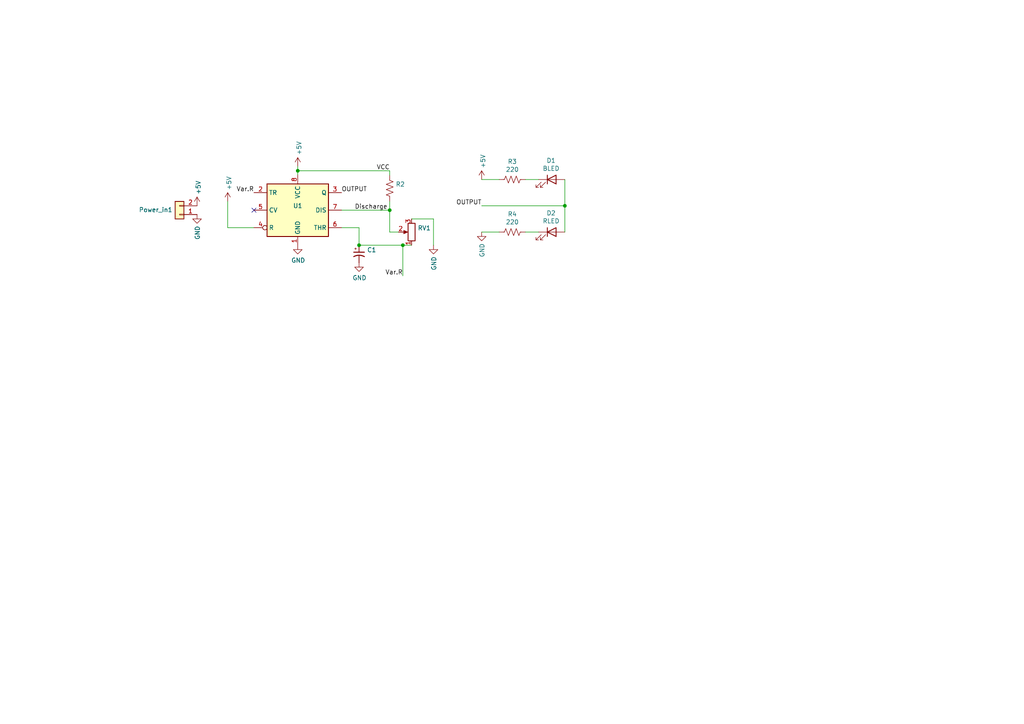
<source format=kicad_sch>
(kicad_sch (version 20211123) (generator eeschema)

  (uuid 120a7b0f-ddfd-4447-85c1-35665465acdb)

  (paper "A4")

  (lib_symbols
    (symbol "Connector_Generic:Conn_01x02" (pin_names (offset 1.016) hide) (in_bom yes) (on_board yes)
      (property "Reference" "J" (id 0) (at 0 2.54 0)
        (effects (font (size 1.27 1.27)))
      )
      (property "Value" "Conn_01x02" (id 1) (at 0 -5.08 0)
        (effects (font (size 1.27 1.27)))
      )
      (property "Footprint" "" (id 2) (at 0 0 0)
        (effects (font (size 1.27 1.27)) hide)
      )
      (property "Datasheet" "~" (id 3) (at 0 0 0)
        (effects (font (size 1.27 1.27)) hide)
      )
      (property "ki_keywords" "connector" (id 4) (at 0 0 0)
        (effects (font (size 1.27 1.27)) hide)
      )
      (property "ki_description" "Generic connector, single row, 01x02, script generated (kicad-library-utils/schlib/autogen/connector/)" (id 5) (at 0 0 0)
        (effects (font (size 1.27 1.27)) hide)
      )
      (property "ki_fp_filters" "Connector*:*_1x??_*" (id 6) (at 0 0 0)
        (effects (font (size 1.27 1.27)) hide)
      )
      (symbol "Conn_01x02_1_1"
        (rectangle (start -1.27 -2.413) (end 0 -2.667)
          (stroke (width 0.1524) (type default) (color 0 0 0 0))
          (fill (type none))
        )
        (rectangle (start -1.27 0.127) (end 0 -0.127)
          (stroke (width 0.1524) (type default) (color 0 0 0 0))
          (fill (type none))
        )
        (rectangle (start -1.27 1.27) (end 1.27 -3.81)
          (stroke (width 0.254) (type default) (color 0 0 0 0))
          (fill (type background))
        )
        (pin passive line (at -5.08 0 0) (length 3.81)
          (name "Pin_1" (effects (font (size 1.27 1.27))))
          (number "1" (effects (font (size 1.27 1.27))))
        )
        (pin passive line (at -5.08 -2.54 0) (length 3.81)
          (name "Pin_2" (effects (font (size 1.27 1.27))))
          (number "2" (effects (font (size 1.27 1.27))))
        )
      )
    )
    (symbol "Device:CP1_Small" (pin_numbers hide) (pin_names (offset 0.254) hide) (in_bom yes) (on_board yes)
      (property "Reference" "C" (id 0) (at 0.254 1.778 0)
        (effects (font (size 1.27 1.27)) (justify left))
      )
      (property "Value" "Device_CP1_Small" (id 1) (at 0.254 -2.032 0)
        (effects (font (size 1.27 1.27)) (justify left))
      )
      (property "Footprint" "" (id 2) (at 0 0 0)
        (effects (font (size 1.27 1.27)) hide)
      )
      (property "Datasheet" "" (id 3) (at 0 0 0)
        (effects (font (size 1.27 1.27)) hide)
      )
      (property "ki_fp_filters" "CP_*" (id 4) (at 0 0 0)
        (effects (font (size 1.27 1.27)) hide)
      )
      (symbol "CP1_Small_0_1"
        (polyline
          (pts
            (xy -1.524 0.508)
            (xy 1.524 0.508)
          )
          (stroke (width 0.3048) (type default) (color 0 0 0 0))
          (fill (type none))
        )
        (polyline
          (pts
            (xy -1.27 1.524)
            (xy -0.762 1.524)
          )
          (stroke (width 0) (type default) (color 0 0 0 0))
          (fill (type none))
        )
        (polyline
          (pts
            (xy -1.016 1.27)
            (xy -1.016 1.778)
          )
          (stroke (width 0) (type default) (color 0 0 0 0))
          (fill (type none))
        )
        (arc (start 1.524 -0.762) (mid 0 -0.3734) (end -1.524 -0.762)
          (stroke (width 0.3048) (type default) (color 0 0 0 0))
          (fill (type none))
        )
      )
      (symbol "CP1_Small_1_1"
        (pin passive line (at 0 2.54 270) (length 2.032)
          (name "~" (effects (font (size 1.27 1.27))))
          (number "1" (effects (font (size 1.27 1.27))))
        )
        (pin passive line (at 0 -2.54 90) (length 2.032)
          (name "~" (effects (font (size 1.27 1.27))))
          (number "2" (effects (font (size 1.27 1.27))))
        )
      )
    )
    (symbol "Device:LED" (pin_numbers hide) (pin_names (offset 1.016) hide) (in_bom yes) (on_board yes)
      (property "Reference" "D" (id 0) (at 0 2.54 0)
        (effects (font (size 1.27 1.27)))
      )
      (property "Value" "LED" (id 1) (at 0 -2.54 0)
        (effects (font (size 1.27 1.27)))
      )
      (property "Footprint" "" (id 2) (at 0 0 0)
        (effects (font (size 1.27 1.27)) hide)
      )
      (property "Datasheet" "~" (id 3) (at 0 0 0)
        (effects (font (size 1.27 1.27)) hide)
      )
      (property "ki_keywords" "LED diode" (id 4) (at 0 0 0)
        (effects (font (size 1.27 1.27)) hide)
      )
      (property "ki_description" "Light emitting diode" (id 5) (at 0 0 0)
        (effects (font (size 1.27 1.27)) hide)
      )
      (property "ki_fp_filters" "LED* LED_SMD:* LED_THT:*" (id 6) (at 0 0 0)
        (effects (font (size 1.27 1.27)) hide)
      )
      (symbol "LED_0_1"
        (polyline
          (pts
            (xy -1.27 -1.27)
            (xy -1.27 1.27)
          )
          (stroke (width 0.254) (type default) (color 0 0 0 0))
          (fill (type none))
        )
        (polyline
          (pts
            (xy -1.27 0)
            (xy 1.27 0)
          )
          (stroke (width 0) (type default) (color 0 0 0 0))
          (fill (type none))
        )
        (polyline
          (pts
            (xy 1.27 -1.27)
            (xy 1.27 1.27)
            (xy -1.27 0)
            (xy 1.27 -1.27)
          )
          (stroke (width 0.254) (type default) (color 0 0 0 0))
          (fill (type none))
        )
        (polyline
          (pts
            (xy -3.048 -0.762)
            (xy -4.572 -2.286)
            (xy -3.81 -2.286)
            (xy -4.572 -2.286)
            (xy -4.572 -1.524)
          )
          (stroke (width 0) (type default) (color 0 0 0 0))
          (fill (type none))
        )
        (polyline
          (pts
            (xy -1.778 -0.762)
            (xy -3.302 -2.286)
            (xy -2.54 -2.286)
            (xy -3.302 -2.286)
            (xy -3.302 -1.524)
          )
          (stroke (width 0) (type default) (color 0 0 0 0))
          (fill (type none))
        )
      )
      (symbol "LED_1_1"
        (pin passive line (at -3.81 0 0) (length 2.54)
          (name "K" (effects (font (size 1.27 1.27))))
          (number "1" (effects (font (size 1.27 1.27))))
        )
        (pin passive line (at 3.81 0 180) (length 2.54)
          (name "A" (effects (font (size 1.27 1.27))))
          (number "2" (effects (font (size 1.27 1.27))))
        )
      )
    )
    (symbol "Device:R_POT" (pin_names (offset 1.016) hide) (in_bom yes) (on_board yes)
      (property "Reference" "RV" (id 0) (at -4.445 0 90)
        (effects (font (size 1.27 1.27)))
      )
      (property "Value" "Device_R_POT" (id 1) (at -2.54 0 90)
        (effects (font (size 1.27 1.27)))
      )
      (property "Footprint" "" (id 2) (at 0 0 0)
        (effects (font (size 1.27 1.27)) hide)
      )
      (property "Datasheet" "" (id 3) (at 0 0 0)
        (effects (font (size 1.27 1.27)) hide)
      )
      (property "ki_fp_filters" "Potentiometer*" (id 4) (at 0 0 0)
        (effects (font (size 1.27 1.27)) hide)
      )
      (symbol "R_POT_0_1"
        (polyline
          (pts
            (xy 2.54 0)
            (xy 1.524 0)
          )
          (stroke (width 0) (type default) (color 0 0 0 0))
          (fill (type none))
        )
        (polyline
          (pts
            (xy 1.143 0)
            (xy 2.286 0.508)
            (xy 2.286 -0.508)
            (xy 1.143 0)
          )
          (stroke (width 0) (type default) (color 0 0 0 0))
          (fill (type outline))
        )
        (rectangle (start 1.016 2.54) (end -1.016 -2.54)
          (stroke (width 0.254) (type default) (color 0 0 0 0))
          (fill (type none))
        )
      )
      (symbol "R_POT_1_1"
        (pin passive line (at 0 3.81 270) (length 1.27)
          (name "1" (effects (font (size 1.27 1.27))))
          (number "1" (effects (font (size 1.27 1.27))))
        )
        (pin passive line (at 3.81 0 180) (length 1.27)
          (name "2" (effects (font (size 1.27 1.27))))
          (number "2" (effects (font (size 1.27 1.27))))
        )
        (pin passive line (at 0 -3.81 90) (length 1.27)
          (name "3" (effects (font (size 1.27 1.27))))
          (number "3" (effects (font (size 1.27 1.27))))
        )
      )
    )
    (symbol "Device:R_US" (pin_numbers hide) (pin_names (offset 0)) (in_bom yes) (on_board yes)
      (property "Reference" "R" (id 0) (at 2.54 0 90)
        (effects (font (size 1.27 1.27)))
      )
      (property "Value" "R_US" (id 1) (at -2.54 0 90)
        (effects (font (size 1.27 1.27)))
      )
      (property "Footprint" "" (id 2) (at 1.016 -0.254 90)
        (effects (font (size 1.27 1.27)) hide)
      )
      (property "Datasheet" "~" (id 3) (at 0 0 0)
        (effects (font (size 1.27 1.27)) hide)
      )
      (property "ki_keywords" "R res resistor" (id 4) (at 0 0 0)
        (effects (font (size 1.27 1.27)) hide)
      )
      (property "ki_description" "Resistor, US symbol" (id 5) (at 0 0 0)
        (effects (font (size 1.27 1.27)) hide)
      )
      (property "ki_fp_filters" "R_*" (id 6) (at 0 0 0)
        (effects (font (size 1.27 1.27)) hide)
      )
      (symbol "R_US_0_1"
        (polyline
          (pts
            (xy 0 -2.286)
            (xy 0 -2.54)
          )
          (stroke (width 0) (type default) (color 0 0 0 0))
          (fill (type none))
        )
        (polyline
          (pts
            (xy 0 2.286)
            (xy 0 2.54)
          )
          (stroke (width 0) (type default) (color 0 0 0 0))
          (fill (type none))
        )
        (polyline
          (pts
            (xy 0 -0.762)
            (xy 1.016 -1.143)
            (xy 0 -1.524)
            (xy -1.016 -1.905)
            (xy 0 -2.286)
          )
          (stroke (width 0) (type default) (color 0 0 0 0))
          (fill (type none))
        )
        (polyline
          (pts
            (xy 0 0.762)
            (xy 1.016 0.381)
            (xy 0 0)
            (xy -1.016 -0.381)
            (xy 0 -0.762)
          )
          (stroke (width 0) (type default) (color 0 0 0 0))
          (fill (type none))
        )
        (polyline
          (pts
            (xy 0 2.286)
            (xy 1.016 1.905)
            (xy 0 1.524)
            (xy -1.016 1.143)
            (xy 0 0.762)
          )
          (stroke (width 0) (type default) (color 0 0 0 0))
          (fill (type none))
        )
      )
      (symbol "R_US_1_1"
        (pin passive line (at 0 3.81 270) (length 1.27)
          (name "~" (effects (font (size 1.27 1.27))))
          (number "1" (effects (font (size 1.27 1.27))))
        )
        (pin passive line (at 0 -3.81 90) (length 1.27)
          (name "~" (effects (font (size 1.27 1.27))))
          (number "2" (effects (font (size 1.27 1.27))))
        )
      )
    )
    (symbol "Timer:TLC555xP" (in_bom yes) (on_board yes)
      (property "Reference" "U" (id 0) (at -10.16 8.89 0)
        (effects (font (size 1.27 1.27)) (justify left))
      )
      (property "Value" "TLC555xP" (id 1) (at 2.54 8.89 0)
        (effects (font (size 1.27 1.27)) (justify left))
      )
      (property "Footprint" "Package_DIP:DIP-8_W7.62mm" (id 2) (at 16.51 -10.16 0)
        (effects (font (size 1.27 1.27)) hide)
      )
      (property "Datasheet" "http://www.ti.com/lit/ds/symlink/tlc555.pdf" (id 3) (at 21.59 -10.16 0)
        (effects (font (size 1.27 1.27)) hide)
      )
      (property "ki_keywords" "single timer 555" (id 4) (at 0 0 0)
        (effects (font (size 1.27 1.27)) hide)
      )
      (property "ki_description" "Single LinCMOS Timer, 555 compatible, PDIP-8" (id 5) (at 0 0 0)
        (effects (font (size 1.27 1.27)) hide)
      )
      (property "ki_fp_filters" "DIP*W7.62mm*" (id 6) (at 0 0 0)
        (effects (font (size 1.27 1.27)) hide)
      )
      (symbol "TLC555xP_0_0"
        (pin power_in line (at 0 -10.16 90) (length 2.54)
          (name "GND" (effects (font (size 1.27 1.27))))
          (number "1" (effects (font (size 1.27 1.27))))
        )
        (pin power_in line (at 0 10.16 270) (length 2.54)
          (name "VCC" (effects (font (size 1.27 1.27))))
          (number "8" (effects (font (size 1.27 1.27))))
        )
      )
      (symbol "TLC555xP_0_1"
        (rectangle (start -8.89 -7.62) (end 8.89 7.62)
          (stroke (width 0.254) (type default) (color 0 0 0 0))
          (fill (type background))
        )
        (rectangle (start -8.89 -7.62) (end 8.89 7.62)
          (stroke (width 0.254) (type default) (color 0 0 0 0))
          (fill (type background))
        )
      )
      (symbol "TLC555xP_1_1"
        (pin input line (at -12.7 5.08 0) (length 3.81)
          (name "TR" (effects (font (size 1.27 1.27))))
          (number "2" (effects (font (size 1.27 1.27))))
        )
        (pin output line (at 12.7 5.08 180) (length 3.81)
          (name "Q" (effects (font (size 1.27 1.27))))
          (number "3" (effects (font (size 1.27 1.27))))
        )
        (pin input inverted (at -12.7 -5.08 0) (length 3.81)
          (name "R" (effects (font (size 1.27 1.27))))
          (number "4" (effects (font (size 1.27 1.27))))
        )
        (pin input line (at -12.7 0 0) (length 3.81)
          (name "CV" (effects (font (size 1.27 1.27))))
          (number "5" (effects (font (size 1.27 1.27))))
        )
        (pin input line (at 12.7 -5.08 180) (length 3.81)
          (name "THR" (effects (font (size 1.27 1.27))))
          (number "6" (effects (font (size 1.27 1.27))))
        )
        (pin input line (at 12.7 0 180) (length 3.81)
          (name "DIS" (effects (font (size 1.27 1.27))))
          (number "7" (effects (font (size 1.27 1.27))))
        )
      )
    )
    (symbol "power:+5V" (power) (pin_names (offset 0)) (in_bom yes) (on_board yes)
      (property "Reference" "#PWR" (id 0) (at 0 -3.81 0)
        (effects (font (size 1.27 1.27)) hide)
      )
      (property "Value" "+5V" (id 1) (at 0 3.556 0)
        (effects (font (size 1.27 1.27)))
      )
      (property "Footprint" "" (id 2) (at 0 0 0)
        (effects (font (size 1.27 1.27)) hide)
      )
      (property "Datasheet" "" (id 3) (at 0 0 0)
        (effects (font (size 1.27 1.27)) hide)
      )
      (property "ki_keywords" "power-flag" (id 4) (at 0 0 0)
        (effects (font (size 1.27 1.27)) hide)
      )
      (property "ki_description" "Power symbol creates a global label with name \"+5V\"" (id 5) (at 0 0 0)
        (effects (font (size 1.27 1.27)) hide)
      )
      (symbol "+5V_0_1"
        (polyline
          (pts
            (xy -0.762 1.27)
            (xy 0 2.54)
          )
          (stroke (width 0) (type default) (color 0 0 0 0))
          (fill (type none))
        )
        (polyline
          (pts
            (xy 0 0)
            (xy 0 2.54)
          )
          (stroke (width 0) (type default) (color 0 0 0 0))
          (fill (type none))
        )
        (polyline
          (pts
            (xy 0 2.54)
            (xy 0.762 1.27)
          )
          (stroke (width 0) (type default) (color 0 0 0 0))
          (fill (type none))
        )
      )
      (symbol "+5V_1_1"
        (pin power_in line (at 0 0 90) (length 0) hide
          (name "+5V" (effects (font (size 1.27 1.27))))
          (number "1" (effects (font (size 1.27 1.27))))
        )
      )
    )
    (symbol "power:GND" (power) (pin_names (offset 0)) (in_bom yes) (on_board yes)
      (property "Reference" "#PWR" (id 0) (at 0 -6.35 0)
        (effects (font (size 1.27 1.27)) hide)
      )
      (property "Value" "GND" (id 1) (at 0 -3.81 0)
        (effects (font (size 1.27 1.27)))
      )
      (property "Footprint" "" (id 2) (at 0 0 0)
        (effects (font (size 1.27 1.27)) hide)
      )
      (property "Datasheet" "" (id 3) (at 0 0 0)
        (effects (font (size 1.27 1.27)) hide)
      )
      (property "ki_keywords" "power-flag" (id 4) (at 0 0 0)
        (effects (font (size 1.27 1.27)) hide)
      )
      (property "ki_description" "Power symbol creates a global label with name \"GND\" , ground" (id 5) (at 0 0 0)
        (effects (font (size 1.27 1.27)) hide)
      )
      (symbol "GND_0_1"
        (polyline
          (pts
            (xy 0 0)
            (xy 0 -1.27)
            (xy 1.27 -1.27)
            (xy 0 -2.54)
            (xy -1.27 -1.27)
            (xy 0 -1.27)
          )
          (stroke (width 0) (type default) (color 0 0 0 0))
          (fill (type none))
        )
      )
      (symbol "GND_1_1"
        (pin power_in line (at 0 0 270) (length 0) hide
          (name "GND" (effects (font (size 1.27 1.27))))
          (number "1" (effects (font (size 1.27 1.27))))
        )
      )
    )
  )

  (junction (at 86.36 49.53) (diameter 0) (color 0 0 0 0)
    (uuid 42713045-fffd-4b2d-ae1e-7232d705fb12)
  )
  (junction (at 163.83 59.69) (diameter 0) (color 0 0 0 0)
    (uuid 62c076a3-d618-44a2-9042-9a08b3576787)
  )
  (junction (at 116.84 71.12) (diameter 0) (color 0 0 0 0)
    (uuid 6441b183-b8f2-458f-a23d-60e2b1f66dd6)
  )
  (junction (at 113.03 60.96) (diameter 0) (color 0 0 0 0)
    (uuid 97fe9c60-586f-4895-8504-4d3729f5f81a)
  )
  (junction (at 104.14 71.12) (diameter 0) (color 0 0 0 0)
    (uuid d4a1d3c4-b315-4bec-9220-d12a9eab51e0)
  )

  (no_connect (at 73.66 60.96) (uuid 9340c285-5767-42d5-8b6d-63fe2a40ddf3))

  (wire (pts (xy 104.14 71.12) (xy 104.14 66.04))
    (stroke (width 0) (type default) (color 0 0 0 0))
    (uuid 0f54db53-a272-4955-88fb-d7ab00657bb0)
  )
  (wire (pts (xy 86.36 49.53) (xy 113.03 49.53))
    (stroke (width 0) (type default) (color 0 0 0 0))
    (uuid 1a1ab354-5f85-45f9-938c-9f6c4c8c3ea2)
  )
  (wire (pts (xy 99.06 60.96) (xy 113.03 60.96))
    (stroke (width 0) (type default) (color 0 0 0 0))
    (uuid 1bf544e3-5940-4576-9291-2464e95c0ee2)
  )
  (wire (pts (xy 139.7 52.07) (xy 144.78 52.07))
    (stroke (width 0) (type default) (color 0 0 0 0))
    (uuid 23bb2798-d93a-4696-a962-c305c4298a0c)
  )
  (wire (pts (xy 66.04 66.04) (xy 73.66 66.04))
    (stroke (width 0) (type default) (color 0 0 0 0))
    (uuid 2d6db888-4e40-41c8-b701-07170fc894bc)
  )
  (wire (pts (xy 104.14 71.12) (xy 116.84 71.12))
    (stroke (width 0) (type default) (color 0 0 0 0))
    (uuid 31e08896-1992-4725-96d9-9d2728bca7a3)
  )
  (wire (pts (xy 115.57 67.31) (xy 113.03 67.31))
    (stroke (width 0) (type default) (color 0 0 0 0))
    (uuid 3aaee4c4-dbf7-49a5-a620-9465d8cc3ae7)
  )
  (wire (pts (xy 66.04 58.42) (xy 66.04 66.04))
    (stroke (width 0) (type default) (color 0 0 0 0))
    (uuid 66043bca-a260-4915-9fce-8a51d324c687)
  )
  (wire (pts (xy 144.78 67.31) (xy 139.7 67.31))
    (stroke (width 0) (type default) (color 0 0 0 0))
    (uuid 6e105729-aba0-497c-a99e-c32d2b3ddb6d)
  )
  (wire (pts (xy 152.4 52.07) (xy 156.21 52.07))
    (stroke (width 0) (type default) (color 0 0 0 0))
    (uuid 78cbdd6c-4878-4cc5-9a58-0e506478e37d)
  )
  (wire (pts (xy 86.36 48.26) (xy 86.36 49.53))
    (stroke (width 0) (type default) (color 0 0 0 0))
    (uuid 7aed3a71-054b-4aaa-9c0a-030523c32827)
  )
  (wire (pts (xy 119.38 63.5) (xy 125.73 63.5))
    (stroke (width 0) (type default) (color 0 0 0 0))
    (uuid 7dc880bc-e7eb-4cce-8d8c-0b65a9dd788e)
  )
  (wire (pts (xy 104.14 66.04) (xy 99.06 66.04))
    (stroke (width 0) (type default) (color 0 0 0 0))
    (uuid 80094b70-85ab-4ff6-934b-60d5ee65023a)
  )
  (wire (pts (xy 125.73 63.5) (xy 125.73 71.12))
    (stroke (width 0) (type default) (color 0 0 0 0))
    (uuid 9157f4ae-0244-4ff1-9f73-3cb4cbb5f280)
  )
  (wire (pts (xy 119.38 71.12) (xy 116.84 71.12))
    (stroke (width 0) (type default) (color 0 0 0 0))
    (uuid 922058ca-d09a-45fd-8394-05f3e2c1e03a)
  )
  (wire (pts (xy 152.4 67.31) (xy 156.21 67.31))
    (stroke (width 0) (type default) (color 0 0 0 0))
    (uuid 983c426c-24e0-4c65-ab69-1f1824adc5c6)
  )
  (wire (pts (xy 113.03 67.31) (xy 113.03 60.96))
    (stroke (width 0) (type default) (color 0 0 0 0))
    (uuid bdc7face-9f7c-4701-80bb-4cc144448db1)
  )
  (wire (pts (xy 116.84 80.01) (xy 116.84 71.12))
    (stroke (width 0) (type default) (color 0 0 0 0))
    (uuid bfc0aadc-38cf-466e-a642-68fdc3138c78)
  )
  (wire (pts (xy 86.36 49.53) (xy 86.36 50.8))
    (stroke (width 0) (type default) (color 0 0 0 0))
    (uuid c0515cd2-cdaa-467e-8354-0f6eadfa35c9)
  )
  (wire (pts (xy 163.83 52.07) (xy 163.83 59.69))
    (stroke (width 0) (type default) (color 0 0 0 0))
    (uuid c1d83899-e380-49f9-a87d-8e78bc089ebf)
  )
  (wire (pts (xy 113.03 58.42) (xy 113.03 60.96))
    (stroke (width 0) (type default) (color 0 0 0 0))
    (uuid d1262c4d-2245-4c4f-8f35-7bb32cd9e21e)
  )
  (wire (pts (xy 113.03 50.8) (xy 113.03 49.53))
    (stroke (width 0) (type default) (color 0 0 0 0))
    (uuid d22e95aa-f3db-4fbc-a331-048a2523233e)
  )
  (wire (pts (xy 163.83 59.69) (xy 163.83 67.31))
    (stroke (width 0) (type default) (color 0 0 0 0))
    (uuid da469d11-a8a4-414b-9449-d151eeaf4853)
  )
  (wire (pts (xy 139.7 59.69) (xy 163.83 59.69))
    (stroke (width 0) (type default) (color 0 0 0 0))
    (uuid e9bb29b2-2bb9-4ea2-acd9-2bb3ca677a12)
  )

  (label "Var.R" (at 73.66 55.88 180)
    (effects (font (size 1.27 1.27)) (justify right bottom))
    (uuid 4c8eb964-bdf4-44de-90e9-e2ab82dd5313)
  )
  (label "VCC" (at 109.22 49.53 0)
    (effects (font (size 1.27 1.27)) (justify left bottom))
    (uuid 5cbb5968-dbb5-4b84-864a-ead1cacf75b9)
  )
  (label "OUTPUT" (at 139.7 59.69 180)
    (effects (font (size 1.27 1.27)) (justify right bottom))
    (uuid 852dabbf-de45-4470-8176-59d37a754407)
  )
  (label "Var.R" (at 116.84 80.01 180)
    (effects (font (size 1.27 1.27)) (justify right bottom))
    (uuid aa14c3bd-4acc-4908-9d28-228585a22a9d)
  )
  (label "Discharge" (at 102.87 60.96 0)
    (effects (font (size 1.27 1.27)) (justify left bottom))
    (uuid afb8e687-4a13-41a1-b8c0-89a749e897fe)
  )
  (label "OUTPUT" (at 99.06 55.88 0)
    (effects (font (size 1.27 1.27)) (justify left bottom))
    (uuid b5352a33-563a-4ffe-a231-2e68fb54afa3)
  )

  (symbol (lib_id "Timer:TLC555xP") (at 86.36 60.96 0) (unit 1)
    (in_bom yes) (on_board yes)
    (uuid 00000000-0000-0000-0000-000061b9ee8a)
    (property "Reference" "U1" (id 0) (at 86.36 59.69 0))
    (property "Value" "TLC555xP" (id 1) (at 86.36 48.514 0)
      (effects (font (size 1.27 1.27)) hide)
    )
    (property "Footprint" "Package_DIP:DIP-8_W7.62mm" (id 2) (at 102.87 71.12 0)
      (effects (font (size 1.27 1.27)) hide)
    )
    (property "Datasheet" "http://www.ti.com/lit/ds/symlink/tlc555.pdf" (id 3) (at 107.95 71.12 0)
      (effects (font (size 1.27 1.27)) hide)
    )
    (pin "1" (uuid 8dc5ff95-44ac-4648-8938-8bd5873f3e5e))
    (pin "8" (uuid 17de1563-6044-45df-85b3-ba774634457c))
    (pin "2" (uuid 4563086a-ba85-4f46-9b36-d9a4f9fdcdf1))
    (pin "3" (uuid 7677722a-94ea-40ff-81f3-6f94f6110972))
    (pin "4" (uuid 6dd41fce-6351-48ad-af38-4b44433b0c55))
    (pin "5" (uuid 100a0d38-826f-48f7-b85b-dfd9a60bf631))
    (pin "6" (uuid d5c9f8e7-167f-43ee-829f-08495ea4b889))
    (pin "7" (uuid 1779700f-bf61-4eae-a77c-42111087991d))
  )

  (symbol (lib_id "Connector_Generic:Conn_01x02") (at 52.07 62.23 180) (unit 1)
    (in_bom yes) (on_board yes)
    (uuid 00000000-0000-0000-0000-000061baa9ea)
    (property "Reference" "Power_in1" (id 0) (at 50.038 60.8584 0)
      (effects (font (size 1.27 1.27)) (justify left))
    )
    (property "Value" "Conn_01x02" (id 1) (at 50.038 59.7154 0)
      (effects (font (size 1.27 1.27)) (justify left) hide)
    )
    (property "Footprint" "TerminalBlock:TerminalBlock_Altech_AK300-2_P5.00mm" (id 2) (at 52.07 62.23 0)
      (effects (font (size 1.27 1.27)) hide)
    )
    (property "Datasheet" "~" (id 3) (at 52.07 62.23 0)
      (effects (font (size 1.27 1.27)) hide)
    )
    (pin "1" (uuid a39ff543-78cd-448f-aba2-5488797c603a))
    (pin "2" (uuid 79aa8587-dd14-4562-b209-7fe7e2341e1b))
  )

  (symbol (lib_id "Device:R_US") (at 113.03 54.61 0) (unit 1)
    (in_bom yes) (on_board yes)
    (uuid 00000000-0000-0000-0000-000061baf7b5)
    (property "Reference" "R2" (id 0) (at 114.7572 53.4416 0)
      (effects (font (size 1.27 1.27)) (justify left))
    )
    (property "Value" "1k" (id 1) (at 114.7572 55.753 0)
      (effects (font (size 1.27 1.27)) (justify left) hide)
    )
    (property "Footprint" "Resistor_SMD:R_1206_3216Metric" (id 2) (at 114.046 54.864 90)
      (effects (font (size 1.27 1.27)) hide)
    )
    (property "Datasheet" "~" (id 3) (at 113.03 54.61 0)
      (effects (font (size 1.27 1.27)) hide)
    )
    (pin "1" (uuid c919ef13-ce3c-44e0-b5df-014087736e5d))
    (pin "2" (uuid c672dbea-c8fa-473f-b0dd-523abc92dd04))
  )

  (symbol (lib_id "Device:R_US") (at 148.59 52.07 90) (unit 1)
    (in_bom yes) (on_board yes)
    (uuid 00000000-0000-0000-0000-000061bbe67a)
    (property "Reference" "R3" (id 0) (at 148.59 46.863 90))
    (property "Value" "220" (id 1) (at 148.59 49.1744 90))
    (property "Footprint" "Resistor_SMD:R_1206_3216Metric" (id 2) (at 148.844 51.054 90)
      (effects (font (size 1.27 1.27)) hide)
    )
    (property "Datasheet" "~" (id 3) (at 148.59 52.07 0)
      (effects (font (size 1.27 1.27)) hide)
    )
    (pin "1" (uuid ddc4cc00-1cb3-4889-97b0-c8d90f2d4062))
    (pin "2" (uuid fe69b266-d617-4cb0-8e36-aeb6e2d14354))
  )

  (symbol (lib_id "Device:R_US") (at 148.59 67.31 90) (unit 1)
    (in_bom yes) (on_board yes)
    (uuid 00000000-0000-0000-0000-000061bbf809)
    (property "Reference" "R4" (id 0) (at 148.59 62.103 90))
    (property "Value" "220" (id 1) (at 148.59 64.4144 90))
    (property "Footprint" "Resistor_SMD:R_1206_3216Metric" (id 2) (at 148.844 66.294 90)
      (effects (font (size 1.27 1.27)) hide)
    )
    (property "Datasheet" "~" (id 3) (at 148.59 67.31 0)
      (effects (font (size 1.27 1.27)) hide)
    )
    (pin "1" (uuid d622ff9e-80e1-49f5-ad3a-4c848f3ba785))
    (pin "2" (uuid 5b4ab3cf-3531-4695-9b16-4e46af970833))
  )

  (symbol (lib_id "Device:LED") (at 160.02 67.31 0) (unit 1)
    (in_bom yes) (on_board yes)
    (uuid 00000000-0000-0000-0000-000061bc044e)
    (property "Reference" "D2" (id 0) (at 159.8422 61.7982 0))
    (property "Value" "RLED" (id 1) (at 159.8422 64.1096 0))
    (property "Footprint" "LED_SMD:LED_1210_3225Metric" (id 2) (at 160.02 67.31 0)
      (effects (font (size 1.27 1.27)) hide)
    )
    (property "Datasheet" "~" (id 3) (at 160.02 67.31 0)
      (effects (font (size 1.27 1.27)) hide)
    )
    (pin "1" (uuid cf1186a2-06a6-4425-95c5-9fbc97d9c03b))
    (pin "2" (uuid 5001b153-3ebb-417d-a035-8885e5bcc1dc))
  )

  (symbol (lib_id "Device:LED") (at 160.02 52.07 0) (unit 1)
    (in_bom yes) (on_board yes)
    (uuid 00000000-0000-0000-0000-000061bc0fab)
    (property "Reference" "D1" (id 0) (at 159.8422 46.5582 0))
    (property "Value" "BLED" (id 1) (at 159.8422 48.8696 0))
    (property "Footprint" "LED_SMD:LED_1210_3225Metric" (id 2) (at 160.02 52.07 0)
      (effects (font (size 1.27 1.27)) hide)
    )
    (property "Datasheet" "~" (id 3) (at 160.02 52.07 0)
      (effects (font (size 1.27 1.27)) hide)
    )
    (pin "1" (uuid 0d21bb53-ac74-4678-a836-6446fc6380d9))
    (pin "2" (uuid 26d06337-b5e4-44c0-a2ea-8547039c2479))
  )

  (symbol (lib_id "Device:CP1_Small") (at 104.14 73.66 0) (unit 1)
    (in_bom yes) (on_board yes)
    (uuid 00000000-0000-0000-0000-000061bf6232)
    (property "Reference" "C1" (id 0) (at 106.4514 72.4916 0)
      (effects (font (size 1.27 1.27)) (justify left))
    )
    (property "Value" "10μF" (id 1) (at 106.4514 74.803 0)
      (effects (font (size 1.27 1.27)) (justify left) hide)
    )
    (property "Footprint" "Capacitor_THT:CP_Radial_Tantal_D6.0mm_P2.50mm" (id 2) (at 104.14 73.66 0)
      (effects (font (size 1.27 1.27)) hide)
    )
    (property "Datasheet" "~" (id 3) (at 104.14 73.66 0)
      (effects (font (size 1.27 1.27)) hide)
    )
    (pin "1" (uuid 50d1b079-69d0-4ce3-9173-2cd75787db46))
    (pin "2" (uuid 73e6727a-4142-4550-8b13-48b2fe1b6366))
  )

  (symbol (lib_id "power:GND") (at 104.14 76.2 0) (unit 1)
    (in_bom yes) (on_board yes)
    (uuid 00000000-0000-0000-0000-000061bf72d1)
    (property "Reference" "#PWR06" (id 0) (at 104.14 82.55 0)
      (effects (font (size 1.27 1.27)) hide)
    )
    (property "Value" "GND" (id 1) (at 104.267 80.5942 0))
    (property "Footprint" "" (id 2) (at 104.14 76.2 0)
      (effects (font (size 1.27 1.27)) hide)
    )
    (property "Datasheet" "" (id 3) (at 104.14 76.2 0)
      (effects (font (size 1.27 1.27)) hide)
    )
    (pin "1" (uuid 4cb2ad15-5094-4716-a296-9c341914cf35))
  )

  (symbol (lib_id "power:GND") (at 86.36 71.12 0) (unit 1)
    (in_bom yes) (on_board yes)
    (uuid 00000000-0000-0000-0000-000061bf820b)
    (property "Reference" "#PWR05" (id 0) (at 86.36 77.47 0)
      (effects (font (size 1.27 1.27)) hide)
    )
    (property "Value" "GND" (id 1) (at 86.487 75.5142 0))
    (property "Footprint" "" (id 2) (at 86.36 71.12 0)
      (effects (font (size 1.27 1.27)) hide)
    )
    (property "Datasheet" "" (id 3) (at 86.36 71.12 0)
      (effects (font (size 1.27 1.27)) hide)
    )
    (pin "1" (uuid 2712ee24-d53a-4f7d-9ca5-4b6b71654c66))
  )

  (symbol (lib_id "power:+5V") (at 57.15 59.69 0) (unit 1)
    (in_bom yes) (on_board yes)
    (uuid 00000000-0000-0000-0000-000061bfad02)
    (property "Reference" "#PWR01" (id 0) (at 57.15 63.5 0)
      (effects (font (size 1.27 1.27)) hide)
    )
    (property "Value" "+5V" (id 1) (at 57.531 56.4388 90)
      (effects (font (size 1.27 1.27)) (justify left))
    )
    (property "Footprint" "" (id 2) (at 57.15 59.69 0)
      (effects (font (size 1.27 1.27)) hide)
    )
    (property "Datasheet" "" (id 3) (at 57.15 59.69 0)
      (effects (font (size 1.27 1.27)) hide)
    )
    (pin "1" (uuid 41f1374d-197e-41ac-ac34-998199c5659b))
  )

  (symbol (lib_id "power:GND") (at 57.15 62.23 0) (unit 1)
    (in_bom yes) (on_board yes)
    (uuid 00000000-0000-0000-0000-000061bfbc3a)
    (property "Reference" "#PWR02" (id 0) (at 57.15 68.58 0)
      (effects (font (size 1.27 1.27)) hide)
    )
    (property "Value" "GND" (id 1) (at 57.277 65.4812 90)
      (effects (font (size 1.27 1.27)) (justify right))
    )
    (property "Footprint" "" (id 2) (at 57.15 62.23 0)
      (effects (font (size 1.27 1.27)) hide)
    )
    (property "Datasheet" "" (id 3) (at 57.15 62.23 0)
      (effects (font (size 1.27 1.27)) hide)
    )
    (pin "1" (uuid 855862e2-b4d7-4b85-bcb8-9044d1a36b7e))
  )

  (symbol (lib_id "power:+5V") (at 86.36 48.26 0) (unit 1)
    (in_bom yes) (on_board yes)
    (uuid 00000000-0000-0000-0000-000061c03441)
    (property "Reference" "#PWR04" (id 0) (at 86.36 52.07 0)
      (effects (font (size 1.27 1.27)) hide)
    )
    (property "Value" "+5V" (id 1) (at 86.741 45.0088 90)
      (effects (font (size 1.27 1.27)) (justify left))
    )
    (property "Footprint" "" (id 2) (at 86.36 48.26 0)
      (effects (font (size 1.27 1.27)) hide)
    )
    (property "Datasheet" "" (id 3) (at 86.36 48.26 0)
      (effects (font (size 1.27 1.27)) hide)
    )
    (pin "1" (uuid 57c3aaa3-de20-44ab-9b60-3ad65bd28c57))
  )

  (symbol (lib_id "power:+5V") (at 66.04 58.42 0) (unit 1)
    (in_bom yes) (on_board yes)
    (uuid 00000000-0000-0000-0000-000061c04ae4)
    (property "Reference" "#PWR03" (id 0) (at 66.04 62.23 0)
      (effects (font (size 1.27 1.27)) hide)
    )
    (property "Value" "+5V" (id 1) (at 66.421 55.1688 90)
      (effects (font (size 1.27 1.27)) (justify left))
    )
    (property "Footprint" "" (id 2) (at 66.04 58.42 0)
      (effects (font (size 1.27 1.27)) hide)
    )
    (property "Datasheet" "" (id 3) (at 66.04 58.42 0)
      (effects (font (size 1.27 1.27)) hide)
    )
    (pin "1" (uuid 9361f5fe-fc07-40b6-b854-2223445facc7))
  )

  (symbol (lib_id "power:+5V") (at 139.7 52.07 0) (unit 1)
    (in_bom yes) (on_board yes)
    (uuid 00000000-0000-0000-0000-000061c06465)
    (property "Reference" "#PWR07" (id 0) (at 139.7 55.88 0)
      (effects (font (size 1.27 1.27)) hide)
    )
    (property "Value" "+5V" (id 1) (at 140.081 48.8188 90)
      (effects (font (size 1.27 1.27)) (justify left))
    )
    (property "Footprint" "" (id 2) (at 139.7 52.07 0)
      (effects (font (size 1.27 1.27)) hide)
    )
    (property "Datasheet" "" (id 3) (at 139.7 52.07 0)
      (effects (font (size 1.27 1.27)) hide)
    )
    (pin "1" (uuid 9bcba86e-2260-4fc3-8dad-6be05f874e14))
  )

  (symbol (lib_id "power:GND") (at 139.7 67.31 0) (unit 1)
    (in_bom yes) (on_board yes)
    (uuid 00000000-0000-0000-0000-000061c07373)
    (property "Reference" "#PWR08" (id 0) (at 139.7 73.66 0)
      (effects (font (size 1.27 1.27)) hide)
    )
    (property "Value" "GND" (id 1) (at 139.827 70.5612 90)
      (effects (font (size 1.27 1.27)) (justify right))
    )
    (property "Footprint" "" (id 2) (at 139.7 67.31 0)
      (effects (font (size 1.27 1.27)) hide)
    )
    (property "Datasheet" "" (id 3) (at 139.7 67.31 0)
      (effects (font (size 1.27 1.27)) hide)
    )
    (pin "1" (uuid c61bb6b6-6b10-4897-a491-3c3eb49a405b))
  )

  (symbol (lib_id "Device:R_POT") (at 119.38 67.31 180) (unit 1)
    (in_bom yes) (on_board yes)
    (uuid 00000000-0000-0000-0000-000061c20dfa)
    (property "Reference" "RV1" (id 0) (at 121.158 66.1416 0)
      (effects (font (size 1.27 1.27)) (justify right))
    )
    (property "Value" "10k" (id 1) (at 121.158 68.453 0)
      (effects (font (size 1.27 1.27)) (justify right) hide)
    )
    (property "Footprint" "Potentiometer_THT:Potentiometer_Alps_RK163_Single_Horizontal" (id 2) (at 119.38 67.31 0)
      (effects (font (size 1.27 1.27)) hide)
    )
    (property "Datasheet" "~" (id 3) (at 119.38 67.31 0)
      (effects (font (size 1.27 1.27)) hide)
    )
    (pin "1" (uuid 3f95b617-8507-43e1-a2f2-ab6d88bd9de2))
    (pin "2" (uuid bd3442d6-ca7a-4c97-a0e7-175712a91432))
    (pin "3" (uuid 99b2cdc9-850a-4ee0-be28-fa5c0d4a8b3c))
  )

  (symbol (lib_id "power:GND") (at 125.73 71.12 0) (unit 1)
    (in_bom yes) (on_board yes)
    (uuid 00000000-0000-0000-0000-000061c2911e)
    (property "Reference" "#PWR0101" (id 0) (at 125.73 77.47 0)
      (effects (font (size 1.27 1.27)) hide)
    )
    (property "Value" "GND" (id 1) (at 125.857 74.3712 90)
      (effects (font (size 1.27 1.27)) (justify right))
    )
    (property "Footprint" "" (id 2) (at 125.73 71.12 0)
      (effects (font (size 1.27 1.27)) hide)
    )
    (property "Datasheet" "" (id 3) (at 125.73 71.12 0)
      (effects (font (size 1.27 1.27)) hide)
    )
    (pin "1" (uuid c66dcd90-7b54-4618-94e4-8b243ca3b90c))
  )

  (sheet_instances
    (path "/" (page "1"))
  )

  (symbol_instances
    (path "/00000000-0000-0000-0000-000061bfad02"
      (reference "#PWR01") (unit 1) (value "+5V") (footprint "")
    )
    (path "/00000000-0000-0000-0000-000061bfbc3a"
      (reference "#PWR02") (unit 1) (value "GND") (footprint "")
    )
    (path "/00000000-0000-0000-0000-000061c04ae4"
      (reference "#PWR03") (unit 1) (value "+5V") (footprint "")
    )
    (path "/00000000-0000-0000-0000-000061c03441"
      (reference "#PWR04") (unit 1) (value "+5V") (footprint "")
    )
    (path "/00000000-0000-0000-0000-000061bf820b"
      (reference "#PWR05") (unit 1) (value "GND") (footprint "")
    )
    (path "/00000000-0000-0000-0000-000061bf72d1"
      (reference "#PWR06") (unit 1) (value "GND") (footprint "")
    )
    (path "/00000000-0000-0000-0000-000061c06465"
      (reference "#PWR07") (unit 1) (value "+5V") (footprint "")
    )
    (path "/00000000-0000-0000-0000-000061c07373"
      (reference "#PWR08") (unit 1) (value "GND") (footprint "")
    )
    (path "/00000000-0000-0000-0000-000061c2911e"
      (reference "#PWR0101") (unit 1) (value "GND") (footprint "")
    )
    (path "/00000000-0000-0000-0000-000061bf6232"
      (reference "C1") (unit 1) (value "10μF") (footprint "Capacitor_THT:CP_Radial_Tantal_D6.0mm_P2.50mm")
    )
    (path "/00000000-0000-0000-0000-000061bc0fab"
      (reference "D1") (unit 1) (value "BLED") (footprint "LED_SMD:LED_1210_3225Metric")
    )
    (path "/00000000-0000-0000-0000-000061bc044e"
      (reference "D2") (unit 1) (value "RLED") (footprint "LED_SMD:LED_1210_3225Metric")
    )
    (path "/00000000-0000-0000-0000-000061baa9ea"
      (reference "Power_in1") (unit 1) (value "Conn_01x02") (footprint "TerminalBlock:TerminalBlock_Altech_AK300-2_P5.00mm")
    )
    (path "/00000000-0000-0000-0000-000061baf7b5"
      (reference "R2") (unit 1) (value "1k") (footprint "Resistor_SMD:R_1206_3216Metric")
    )
    (path "/00000000-0000-0000-0000-000061bbe67a"
      (reference "R3") (unit 1) (value "220") (footprint "Resistor_SMD:R_1206_3216Metric")
    )
    (path "/00000000-0000-0000-0000-000061bbf809"
      (reference "R4") (unit 1) (value "220") (footprint "Resistor_SMD:R_1206_3216Metric")
    )
    (path "/00000000-0000-0000-0000-000061c20dfa"
      (reference "RV1") (unit 1) (value "10k") (footprint "Potentiometer_THT:Potentiometer_Alps_RK163_Single_Horizontal")
    )
    (path "/00000000-0000-0000-0000-000061b9ee8a"
      (reference "U1") (unit 1) (value "TLC555xP") (footprint "Package_DIP:DIP-8_W7.62mm")
    )
  )
)

</source>
